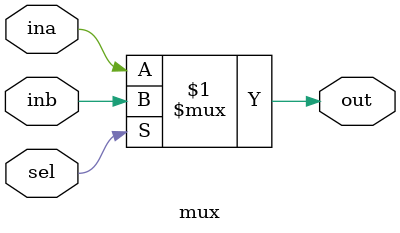
<source format=v>
`timescale 1ns / 1ps
module mux(
    output out,
    input sel,
    input ina,
    input inb
    );

	assign out = sel ? inb : ina;

endmodule

</source>
